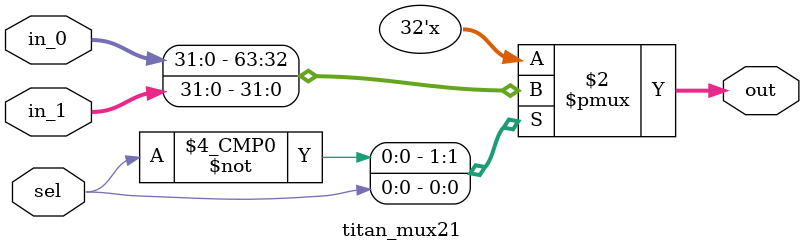
<source format=v>


module titan_mux21 (
		input 	[31:0] in_0,
		input 	[31:0] in_1,
		input    	sel,
		output	reg [31:0] out  ); 

	always @(*) begin
		case(sel)
			1'b0: out = in_0; 
			1'b1: out = in_1;
		endcase
	end
endmodule
		

</source>
